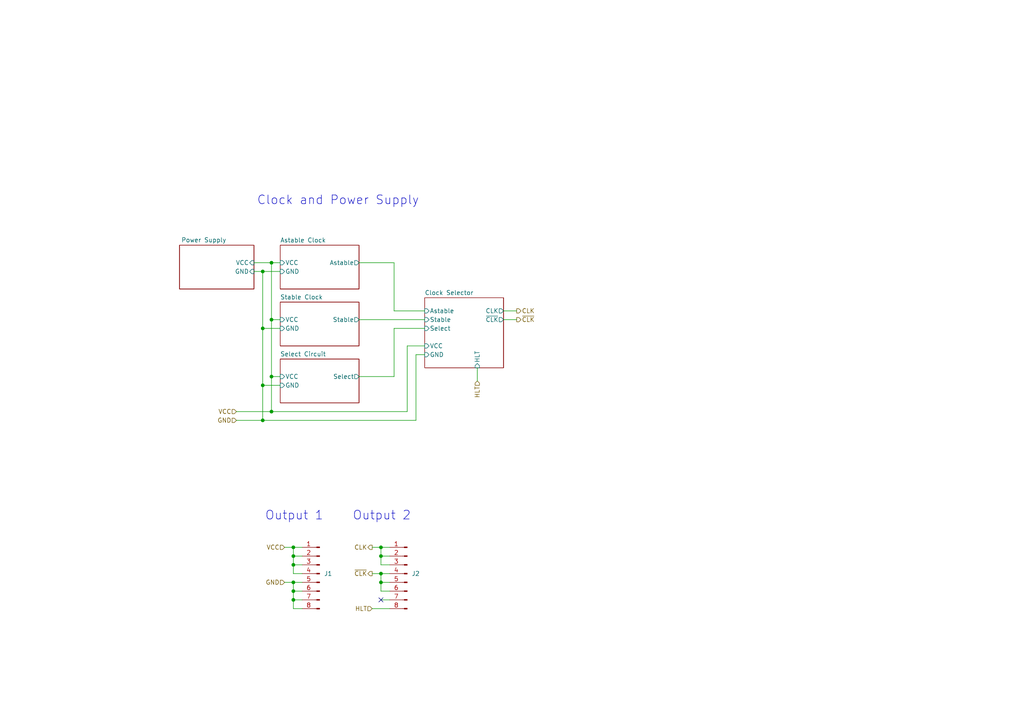
<source format=kicad_sch>
(kicad_sch (version 20250114) (generator "eeschema") (generator_version "9.0")
  (paper "A4")
  (title_block (title "Clock and Power Supply") (date "2025-11-16") (rev "1.0") (company "Marco Vettigli"))
  (lib_symbols
    (symbol "Connector:Conn_01x08_Pin" (pin_names (offset 1.016) (hide yes))
      (property "Reference" "J" (at 0 10.16 0))
      (property "Value" "Conn_01x08_Pin" (at 0 -12.7 0))
      (symbol "Conn_01x08_Pin_1_1"
        (rectangle (start 0.8636 7.747) (end 0 7.493) (stroke (width 0.1524)) (fill (type outline)))
        (rectangle (start 0.8636 5.207) (end 0 4.953) (stroke (width 0.1524)) (fill (type outline)))
        (rectangle (start 0.8636 2.667) (end 0 2.413) (stroke (width 0.1524)) (fill (type outline)))
        (rectangle (start 0.8636 0.127) (end 0 -0.127) (stroke (width 0.1524)) (fill (type outline)))
        (rectangle (start 0.8636 -2.413) (end 0 -2.667) (stroke (width 0.1524)) (fill (type outline)))
        (rectangle (start 0.8636 -4.953) (end 0 -5.207) (stroke (width 0.1524)) (fill (type outline)))
        (rectangle (start 0.8636 -7.493) (end 0 -7.747) (stroke (width 0.1524)) (fill (type outline)))
        (rectangle (start 0.8636 -10.033) (end 0 -10.287) (stroke (width 0.1524)) (fill (type outline)))
        (polyline (pts (xy 1.27 7.62) (xy 0.8636 7.62)) (stroke (width 0.1524)))
        (polyline (pts (xy 1.27 5.08) (xy 0.8636 5.08)) (stroke (width 0.1524)))
        (polyline (pts (xy 1.27 2.54) (xy 0.8636 2.54)) (stroke (width 0.1524)))
        (polyline (pts (xy 1.27 0) (xy 0.8636 0)) (stroke (width 0.1524)))
        (polyline (pts (xy 1.27 -2.54) (xy 0.8636 -2.54)) (stroke (width 0.1524)))
        (polyline (pts (xy 1.27 -5.08) (xy 0.8636 -5.08)) (stroke (width 0.1524)))
        (polyline (pts (xy 1.27 -7.62) (xy 0.8636 -7.62)) (stroke (width 0.1524)))
        (polyline (pts (xy 1.27 -10.16) (xy 0.8636 -10.16)) (stroke (width 0.1524)))
        (pin passive line (at 5.08 7.62 180) (length 3.81) (name "Pin_1") (number "1"))
        (pin passive line (at 5.08 5.08 180) (length 3.81) (name "Pin_2") (number "2"))
        (pin passive line (at 5.08 2.54 180) (length 3.81) (name "Pin_3") (number "3"))
        (pin passive line (at 5.08 0 180) (length 3.81) (name "Pin_4") (number "4"))
        (pin passive line (at 5.08 -2.54 180) (length 3.81) (name "Pin_5") (number "5"))
        (pin passive line (at 5.08 -5.08 180) (length 3.81) (name "Pin_6") (number "6"))
        (pin passive line (at 5.08 -7.62 180) (length 3.81) (name "Pin_7") (number "7"))
        (pin passive line (at 5.08 -10.16 180) (length 3.81) (name "Pin_8") (number "8"))
      )
    )
  )
  (text "Clock and Power Supply" (at 98.044 58.166 0) (effects (font (size 2.54 2.54))))
  (text "Output 2" (at 110.744 149.606 0) (effects (font (size 2.54 2.54))))
  (text "Output 1" (at 85.344 149.606 0) (effects (font (size 2.54 2.54))))
  (junction (at 78.74 92.71))
  (junction (at 110.49 166.37))
  (junction (at 110.49 158.75))
  (junction (at 76.2 111.76))
  (junction (at 76.2 121.92))
  (junction (at 85.09 168.91))
  (junction (at 85.09 171.45))
  (junction (at 85.09 158.75))
  (junction (at 78.74 119.38))
  (junction (at 85.09 163.83))
  (junction (at 78.74 76.2))
  (junction (at 110.49 161.29))
  (junction (at 78.74 109.22))
  (junction (at 76.2 95.25))
  (junction (at 76.2 78.74))
  (junction (at 85.09 161.29))
  (junction (at 110.49 168.91))
  (junction (at 85.09 173.99))
  (no_connect (at 110.49 173.99))
  (wire (pts (xy 76.2 95.25) (xy 81.28 95.25)))
  (wire (pts (xy 123.19 102.87) (xy 120.65 102.87)))
  (wire (pts (xy 76.2 111.76) (xy 76.2 121.92)))
  (wire (pts (xy 110.49 158.75) (xy 110.49 161.29)))
  (wire (pts (xy 104.14 76.2) (xy 114.3 76.2)))
  (wire (pts (xy 78.74 109.22) (xy 78.74 119.38)))
  (wire (pts (xy 85.09 158.75) (xy 87.63 158.75)))
  (wire (pts (xy 110.49 163.83) (xy 113.03 163.83)))
  (wire (pts (xy 85.09 173.99) (xy 87.63 173.99)))
  (wire (pts (xy 85.09 173.99) (xy 85.09 176.53)))
  (wire (pts (xy 78.74 92.71) (xy 78.74 109.22)))
  (wire (pts (xy 85.09 168.91) (xy 87.63 168.91)))
  (wire (pts (xy 104.14 109.22) (xy 114.3 109.22)))
  (wire (pts (xy 78.74 119.38) (xy 118.11 119.38)))
  (wire (pts (xy 110.49 168.91) (xy 113.03 168.91)))
  (wire (pts (xy 82.55 158.75) (xy 85.09 158.75)))
  (wire (pts (xy 73.66 78.74) (xy 76.2 78.74)))
  (wire (pts (xy 82.55 168.91) (xy 85.09 168.91)))
  (wire (pts (xy 114.3 76.2) (xy 114.3 90.17)))
  (wire (pts (xy 78.74 92.71) (xy 81.28 92.71)))
  (wire (pts (xy 104.14 92.71) (xy 123.19 92.71)))
  (wire (pts (xy 107.95 166.37) (xy 110.49 166.37)))
  (wire (pts (xy 73.66 76.2) (xy 78.74 76.2)))
  (wire (pts (xy 146.05 90.17) (xy 149.86 90.17)))
  (wire (pts (xy 76.2 78.74) (xy 81.28 78.74)))
  (wire (pts (xy 78.74 76.2) (xy 78.74 92.71)))
  (wire (pts (xy 110.49 171.45) (xy 113.03 171.45)))
  (wire (pts (xy 107.95 158.75) (xy 110.49 158.75)))
  (wire (pts (xy 76.2 111.76) (xy 81.28 111.76)))
  (wire (pts (xy 85.09 161.29) (xy 85.09 163.83)))
  (wire (pts (xy 85.09 163.83) (xy 85.09 166.37)))
  (wire (pts (xy 85.09 168.91) (xy 85.09 171.45)))
  (wire (pts (xy 85.09 171.45) (xy 87.63 171.45)))
  (wire (pts (xy 85.09 176.53) (xy 87.63 176.53)))
  (wire (pts (xy 110.49 166.37) (xy 113.03 166.37)))
  (wire (pts (xy 110.49 158.75) (xy 113.03 158.75)))
  (wire (pts (xy 146.05 92.71) (xy 149.86 92.71)))
  (wire (pts (xy 110.49 173.99) (xy 113.03 173.99)))
  (wire (pts (xy 114.3 109.22) (xy 114.3 95.25)))
  (wire (pts (xy 76.2 78.74) (xy 76.2 95.25)))
  (wire (pts (xy 110.49 166.37) (xy 110.49 168.91)))
  (wire (pts (xy 76.2 95.25) (xy 76.2 111.76)))
  (wire (pts (xy 118.11 100.33) (xy 123.19 100.33)))
  (wire (pts (xy 85.09 158.75) (xy 85.09 161.29)))
  (wire (pts (xy 120.65 121.92) (xy 76.2 121.92)))
  (wire (pts (xy 138.43 106.68) (xy 138.43 110.49)))
  (wire (pts (xy 110.49 168.91) (xy 110.49 171.45)))
  (wire (pts (xy 114.3 90.17) (xy 123.19 90.17)))
  (wire (pts (xy 120.65 102.87) (xy 120.65 121.92)))
  (wire (pts (xy 85.09 163.83) (xy 87.63 163.83)))
  (wire (pts (xy 118.11 119.38) (xy 118.11 100.33)))
  (wire (pts (xy 68.58 121.92) (xy 76.2 121.92)))
  (wire (pts (xy 68.58 119.38) (xy 78.74 119.38)))
  (wire (pts (xy 114.3 95.25) (xy 123.19 95.25)))
  (wire (pts (xy 78.74 109.22) (xy 81.28 109.22)))
  (wire (pts (xy 85.09 171.45) (xy 85.09 173.99)))
  (wire (pts (xy 85.09 166.37) (xy 87.63 166.37)))
  (wire (pts (xy 110.49 161.29) (xy 110.49 163.83)))
  (wire (pts (xy 85.09 161.29) (xy 87.63 161.29)))
  (wire (pts (xy 110.49 161.29) (xy 113.03 161.29)))
  (wire (pts (xy 107.95 176.53) (xy 113.03 176.53)))
  (wire (pts (xy 78.74 76.2) (xy 81.28 76.2)))
  (hierarchical_label "HLT" (shape input) (at 107.95 176.53 180))
  (hierarchical_label "GND" (shape input) (at 68.58 121.92 180))
  (hierarchical_label "VCC" (shape input) (at 82.55 158.75 180))
  (hierarchical_label "CLK" (shape output) (at 107.95 158.75 180))
  (hierarchical_label "CLK" (shape output) (at 149.86 90.17 0))
  (hierarchical_label "~{CLK}" (shape output) (at 149.86 92.71 0))
  (hierarchical_label "~{CLK}" (shape output) (at 107.95 166.37 180))
  (hierarchical_label "VCC" (shape input) (at 68.58 119.38 180))
  (hierarchical_label "GND" (shape input) (at 82.55 168.91 180))
  (hierarchical_label "HLT" (shape input) (at 138.43 110.49 270))
  (symbol (lib_id "Connector:Conn_01x08_Pin") (at 92.71 166.37 0) (mirror y) (unit 1)
    (property "Reference" "J1" (at 93.98 166.3699 0) (effects (justify right)))
    (property "Value" "Output 1" (effects (hide yes)))
    (property "Footprint" "Custom:PinHeader_1x08_P2.54mm_Horizontal" (effects (hide yes)))
    (property "Description" "Generic connector, single row, 01x08, script generated" (effects (hide yes)))
  )
  (symbol (lib_id "Connector:Conn_01x08_Pin") (at 118.11 166.37 0) (mirror y) (unit 1)
    (property "Reference" "J2" (at 119.38 166.3699 0) (effects (justify right)))
    (property "Value" "Output 2" (effects (hide yes)))
    (property "Footprint" "Custom:PinHeader_1x08_P2.54mm_Horizontal" (effects (hide yes)))
    (property "Description" "Generic connector, single row, 01x08, script generated" (effects (hide yes)))
  )
  (sheet (at 52.07 71.12) (size 21.59 12.7) (stroke (width 0.1524))
    (property "Sheetname" "Power Supply" (at 52.578 70.358 0) (effects (justify left bottom)))
    (property "Sheetfile" "power-supply.kicad_sch" (effects (hide yes)))
    (pin "GND" input (at 73.66 78.74 0))
    (pin "VCC" input (at 73.66 76.2 0))
  )
  (sheet (at 123.19 86.36) (size 22.86 20.32) (stroke (width 0.1524))
    (property "Sheetname" "Clock Selector" (at 123.19 85.6484 0) (effects (justify left bottom)))
    (property "Sheetfile" "clock-selector.kicad_sch" (effects (hide yes)))
    (pin "CLK" output (at 146.05 90.17 0))
    (pin "Astable" input (at 123.19 90.17 180))
    (pin "Stable" input (at 123.19 92.71 180))
    (pin "GND" input (at 123.19 102.87 180))
    (pin "~{CLK}" output (at 146.05 92.71 0))
    (pin "HLT" input (at 138.43 106.68 270))
    (pin "Select" input (at 123.19 95.25 180))
    (pin "VCC" input (at 123.19 100.33 180))
  )
  (sheet (at 81.28 87.63) (size 22.86 12.7) (stroke (width 0.1524))
    (property "Sheetname" "Stable Clock" (at 81.28 86.9184 0) (effects (justify left bottom)))
    (property "Sheetfile" "stable-clock.kicad_sch" (effects (hide yes)))
    (pin "GND" input (at 81.28 95.25 180))
    (pin "VCC" input (at 81.28 92.71 180))
    (pin "Stable" output (at 104.14 92.71 0))
  )
  (sheet (at 81.28 104.14) (size 22.86 12.7) (stroke (width 0.1524))
    (property "Sheetname" "Select Circuit" (at 81.28 103.4284 0) (effects (justify left bottom)))
    (property "Sheetfile" "select-circuit.kicad_sch" (effects (hide yes)))
    (pin "Select" output (at 104.14 109.22 0))
    (pin "GND" input (at 81.28 111.76 180))
    (pin "VCC" input (at 81.28 109.22 180))
  )
  (sheet (at 81.28 71.12) (size 22.86 12.7) (stroke (width 0.1524))
    (property "Sheetname" "Astable Clock" (at 81.28 70.4084 0) (effects (justify left bottom)))
    (property "Sheetfile" "astable-clock.kicad_sch" (effects (hide yes)))
    (pin "VCC" input (at 81.28 76.2 180))
    (pin "GND" input (at 81.28 78.74 180))
    (pin "Astable" output (at 104.14 76.2 0))
  )
)
</source>
